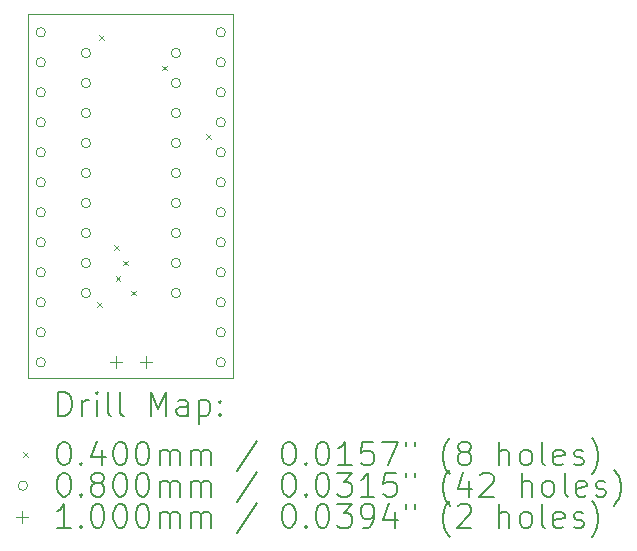
<source format=gbr>
%TF.GenerationSoftware,KiCad,Pcbnew,7.0.6*%
%TF.CreationDate,2023-09-03T23:35:07+01:00*%
%TF.ProjectId,TRSG3JPMod,54525347-334a-4504-9d6f-642e6b696361,rev?*%
%TF.SameCoordinates,Original*%
%TF.FileFunction,Drillmap*%
%TF.FilePolarity,Positive*%
%FSLAX45Y45*%
G04 Gerber Fmt 4.5, Leading zero omitted, Abs format (unit mm)*
G04 Created by KiCad (PCBNEW 7.0.6) date 2023-09-03 23:35:07*
%MOMM*%
%LPD*%
G01*
G04 APERTURE LIST*
%ADD10C,0.100000*%
%ADD11C,0.200000*%
%ADD12C,0.040000*%
%ADD13C,0.080000*%
G04 APERTURE END LIST*
D10*
X10691250Y-5517500D02*
X12427500Y-5517500D01*
X12427500Y-8602500D01*
X10691250Y-8602500D01*
X10691250Y-5517500D01*
D11*
D12*
X11272500Y-7957500D02*
X11312500Y-7997500D01*
X11312500Y-7957500D02*
X11272500Y-7997500D01*
X11292500Y-5695000D02*
X11332500Y-5735000D01*
X11332500Y-5695000D02*
X11292500Y-5735000D01*
X11417400Y-7477500D02*
X11457400Y-7517500D01*
X11457400Y-7477500D02*
X11417400Y-7517500D01*
X11432500Y-7735000D02*
X11472500Y-7775000D01*
X11472500Y-7735000D02*
X11432500Y-7775000D01*
X11495000Y-7605000D02*
X11535000Y-7645000D01*
X11535000Y-7605000D02*
X11495000Y-7645000D01*
X11565000Y-7860000D02*
X11605000Y-7900000D01*
X11605000Y-7860000D02*
X11565000Y-7900000D01*
X11825000Y-5955000D02*
X11865000Y-5995000D01*
X11865000Y-5955000D02*
X11825000Y-5995000D01*
X12196950Y-6535000D02*
X12236950Y-6575000D01*
X12236950Y-6535000D02*
X12196950Y-6575000D01*
D13*
X10837500Y-5672500D02*
G75*
G03*
X10837500Y-5672500I-40000J0D01*
G01*
X10837500Y-5926500D02*
G75*
G03*
X10837500Y-5926500I-40000J0D01*
G01*
X10837500Y-6180500D02*
G75*
G03*
X10837500Y-6180500I-40000J0D01*
G01*
X10837500Y-6434500D02*
G75*
G03*
X10837500Y-6434500I-40000J0D01*
G01*
X10837500Y-6688500D02*
G75*
G03*
X10837500Y-6688500I-40000J0D01*
G01*
X10837500Y-6942500D02*
G75*
G03*
X10837500Y-6942500I-40000J0D01*
G01*
X10837500Y-7196500D02*
G75*
G03*
X10837500Y-7196500I-40000J0D01*
G01*
X10837500Y-7450500D02*
G75*
G03*
X10837500Y-7450500I-40000J0D01*
G01*
X10837500Y-7704500D02*
G75*
G03*
X10837500Y-7704500I-40000J0D01*
G01*
X10837500Y-7958500D02*
G75*
G03*
X10837500Y-7958500I-40000J0D01*
G01*
X10837500Y-8212500D02*
G75*
G03*
X10837500Y-8212500I-40000J0D01*
G01*
X10837500Y-8466500D02*
G75*
G03*
X10837500Y-8466500I-40000J0D01*
G01*
X11220000Y-5848500D02*
G75*
G03*
X11220000Y-5848500I-40000J0D01*
G01*
X11220000Y-6102500D02*
G75*
G03*
X11220000Y-6102500I-40000J0D01*
G01*
X11220000Y-6356500D02*
G75*
G03*
X11220000Y-6356500I-40000J0D01*
G01*
X11220000Y-6610500D02*
G75*
G03*
X11220000Y-6610500I-40000J0D01*
G01*
X11220000Y-6864500D02*
G75*
G03*
X11220000Y-6864500I-40000J0D01*
G01*
X11220000Y-7118500D02*
G75*
G03*
X11220000Y-7118500I-40000J0D01*
G01*
X11220000Y-7372500D02*
G75*
G03*
X11220000Y-7372500I-40000J0D01*
G01*
X11220000Y-7626500D02*
G75*
G03*
X11220000Y-7626500I-40000J0D01*
G01*
X11220000Y-7880500D02*
G75*
G03*
X11220000Y-7880500I-40000J0D01*
G01*
X11982000Y-5848500D02*
G75*
G03*
X11982000Y-5848500I-40000J0D01*
G01*
X11982000Y-6102500D02*
G75*
G03*
X11982000Y-6102500I-40000J0D01*
G01*
X11982000Y-6356500D02*
G75*
G03*
X11982000Y-6356500I-40000J0D01*
G01*
X11982000Y-6610500D02*
G75*
G03*
X11982000Y-6610500I-40000J0D01*
G01*
X11982000Y-6864500D02*
G75*
G03*
X11982000Y-6864500I-40000J0D01*
G01*
X11982000Y-7118500D02*
G75*
G03*
X11982000Y-7118500I-40000J0D01*
G01*
X11982000Y-7372500D02*
G75*
G03*
X11982000Y-7372500I-40000J0D01*
G01*
X11982000Y-7626500D02*
G75*
G03*
X11982000Y-7626500I-40000J0D01*
G01*
X11982000Y-7880500D02*
G75*
G03*
X11982000Y-7880500I-40000J0D01*
G01*
X12361500Y-5672500D02*
G75*
G03*
X12361500Y-5672500I-40000J0D01*
G01*
X12361500Y-5926500D02*
G75*
G03*
X12361500Y-5926500I-40000J0D01*
G01*
X12361500Y-6180500D02*
G75*
G03*
X12361500Y-6180500I-40000J0D01*
G01*
X12361500Y-6434500D02*
G75*
G03*
X12361500Y-6434500I-40000J0D01*
G01*
X12361500Y-6688500D02*
G75*
G03*
X12361500Y-6688500I-40000J0D01*
G01*
X12361500Y-6942500D02*
G75*
G03*
X12361500Y-6942500I-40000J0D01*
G01*
X12361500Y-7196500D02*
G75*
G03*
X12361500Y-7196500I-40000J0D01*
G01*
X12361500Y-7450500D02*
G75*
G03*
X12361500Y-7450500I-40000J0D01*
G01*
X12361500Y-7704500D02*
G75*
G03*
X12361500Y-7704500I-40000J0D01*
G01*
X12361500Y-7958500D02*
G75*
G03*
X12361500Y-7958500I-40000J0D01*
G01*
X12361500Y-8212500D02*
G75*
G03*
X12361500Y-8212500I-40000J0D01*
G01*
X12361500Y-8466500D02*
G75*
G03*
X12361500Y-8466500I-40000J0D01*
G01*
D10*
X11432500Y-8412500D02*
X11432500Y-8512500D01*
X11382500Y-8462500D02*
X11482500Y-8462500D01*
X11686500Y-8412500D02*
X11686500Y-8512500D01*
X11636500Y-8462500D02*
X11736500Y-8462500D01*
D11*
X10947027Y-8918984D02*
X10947027Y-8718984D01*
X10947027Y-8718984D02*
X10994646Y-8718984D01*
X10994646Y-8718984D02*
X11023217Y-8728508D01*
X11023217Y-8728508D02*
X11042265Y-8747555D01*
X11042265Y-8747555D02*
X11051789Y-8766603D01*
X11051789Y-8766603D02*
X11061313Y-8804698D01*
X11061313Y-8804698D02*
X11061313Y-8833270D01*
X11061313Y-8833270D02*
X11051789Y-8871365D01*
X11051789Y-8871365D02*
X11042265Y-8890412D01*
X11042265Y-8890412D02*
X11023217Y-8909460D01*
X11023217Y-8909460D02*
X10994646Y-8918984D01*
X10994646Y-8918984D02*
X10947027Y-8918984D01*
X11147027Y-8918984D02*
X11147027Y-8785650D01*
X11147027Y-8823746D02*
X11156551Y-8804698D01*
X11156551Y-8804698D02*
X11166074Y-8795174D01*
X11166074Y-8795174D02*
X11185122Y-8785650D01*
X11185122Y-8785650D02*
X11204170Y-8785650D01*
X11270836Y-8918984D02*
X11270836Y-8785650D01*
X11270836Y-8718984D02*
X11261312Y-8728508D01*
X11261312Y-8728508D02*
X11270836Y-8738031D01*
X11270836Y-8738031D02*
X11280360Y-8728508D01*
X11280360Y-8728508D02*
X11270836Y-8718984D01*
X11270836Y-8718984D02*
X11270836Y-8738031D01*
X11394646Y-8918984D02*
X11375598Y-8909460D01*
X11375598Y-8909460D02*
X11366074Y-8890412D01*
X11366074Y-8890412D02*
X11366074Y-8718984D01*
X11499408Y-8918984D02*
X11480360Y-8909460D01*
X11480360Y-8909460D02*
X11470836Y-8890412D01*
X11470836Y-8890412D02*
X11470836Y-8718984D01*
X11727979Y-8918984D02*
X11727979Y-8718984D01*
X11727979Y-8718984D02*
X11794646Y-8861841D01*
X11794646Y-8861841D02*
X11861312Y-8718984D01*
X11861312Y-8718984D02*
X11861312Y-8918984D01*
X12042265Y-8918984D02*
X12042265Y-8814222D01*
X12042265Y-8814222D02*
X12032741Y-8795174D01*
X12032741Y-8795174D02*
X12013693Y-8785650D01*
X12013693Y-8785650D02*
X11975598Y-8785650D01*
X11975598Y-8785650D02*
X11956551Y-8795174D01*
X12042265Y-8909460D02*
X12023217Y-8918984D01*
X12023217Y-8918984D02*
X11975598Y-8918984D01*
X11975598Y-8918984D02*
X11956551Y-8909460D01*
X11956551Y-8909460D02*
X11947027Y-8890412D01*
X11947027Y-8890412D02*
X11947027Y-8871365D01*
X11947027Y-8871365D02*
X11956551Y-8852317D01*
X11956551Y-8852317D02*
X11975598Y-8842793D01*
X11975598Y-8842793D02*
X12023217Y-8842793D01*
X12023217Y-8842793D02*
X12042265Y-8833270D01*
X12137503Y-8785650D02*
X12137503Y-8985650D01*
X12137503Y-8795174D02*
X12156551Y-8785650D01*
X12156551Y-8785650D02*
X12194646Y-8785650D01*
X12194646Y-8785650D02*
X12213693Y-8795174D01*
X12213693Y-8795174D02*
X12223217Y-8804698D01*
X12223217Y-8804698D02*
X12232741Y-8823746D01*
X12232741Y-8823746D02*
X12232741Y-8880889D01*
X12232741Y-8880889D02*
X12223217Y-8899936D01*
X12223217Y-8899936D02*
X12213693Y-8909460D01*
X12213693Y-8909460D02*
X12194646Y-8918984D01*
X12194646Y-8918984D02*
X12156551Y-8918984D01*
X12156551Y-8918984D02*
X12137503Y-8909460D01*
X12318455Y-8899936D02*
X12327979Y-8909460D01*
X12327979Y-8909460D02*
X12318455Y-8918984D01*
X12318455Y-8918984D02*
X12308932Y-8909460D01*
X12308932Y-8909460D02*
X12318455Y-8899936D01*
X12318455Y-8899936D02*
X12318455Y-8918984D01*
X12318455Y-8795174D02*
X12327979Y-8804698D01*
X12327979Y-8804698D02*
X12318455Y-8814222D01*
X12318455Y-8814222D02*
X12308932Y-8804698D01*
X12308932Y-8804698D02*
X12318455Y-8795174D01*
X12318455Y-8795174D02*
X12318455Y-8814222D01*
D12*
X10646250Y-9227500D02*
X10686250Y-9267500D01*
X10686250Y-9227500D02*
X10646250Y-9267500D01*
D11*
X10985122Y-9138984D02*
X11004170Y-9138984D01*
X11004170Y-9138984D02*
X11023217Y-9148508D01*
X11023217Y-9148508D02*
X11032741Y-9158031D01*
X11032741Y-9158031D02*
X11042265Y-9177079D01*
X11042265Y-9177079D02*
X11051789Y-9215174D01*
X11051789Y-9215174D02*
X11051789Y-9262793D01*
X11051789Y-9262793D02*
X11042265Y-9300889D01*
X11042265Y-9300889D02*
X11032741Y-9319936D01*
X11032741Y-9319936D02*
X11023217Y-9329460D01*
X11023217Y-9329460D02*
X11004170Y-9338984D01*
X11004170Y-9338984D02*
X10985122Y-9338984D01*
X10985122Y-9338984D02*
X10966074Y-9329460D01*
X10966074Y-9329460D02*
X10956551Y-9319936D01*
X10956551Y-9319936D02*
X10947027Y-9300889D01*
X10947027Y-9300889D02*
X10937503Y-9262793D01*
X10937503Y-9262793D02*
X10937503Y-9215174D01*
X10937503Y-9215174D02*
X10947027Y-9177079D01*
X10947027Y-9177079D02*
X10956551Y-9158031D01*
X10956551Y-9158031D02*
X10966074Y-9148508D01*
X10966074Y-9148508D02*
X10985122Y-9138984D01*
X11137503Y-9319936D02*
X11147027Y-9329460D01*
X11147027Y-9329460D02*
X11137503Y-9338984D01*
X11137503Y-9338984D02*
X11127979Y-9329460D01*
X11127979Y-9329460D02*
X11137503Y-9319936D01*
X11137503Y-9319936D02*
X11137503Y-9338984D01*
X11318455Y-9205650D02*
X11318455Y-9338984D01*
X11270836Y-9129460D02*
X11223217Y-9272317D01*
X11223217Y-9272317D02*
X11347027Y-9272317D01*
X11461312Y-9138984D02*
X11480360Y-9138984D01*
X11480360Y-9138984D02*
X11499408Y-9148508D01*
X11499408Y-9148508D02*
X11508932Y-9158031D01*
X11508932Y-9158031D02*
X11518455Y-9177079D01*
X11518455Y-9177079D02*
X11527979Y-9215174D01*
X11527979Y-9215174D02*
X11527979Y-9262793D01*
X11527979Y-9262793D02*
X11518455Y-9300889D01*
X11518455Y-9300889D02*
X11508932Y-9319936D01*
X11508932Y-9319936D02*
X11499408Y-9329460D01*
X11499408Y-9329460D02*
X11480360Y-9338984D01*
X11480360Y-9338984D02*
X11461312Y-9338984D01*
X11461312Y-9338984D02*
X11442265Y-9329460D01*
X11442265Y-9329460D02*
X11432741Y-9319936D01*
X11432741Y-9319936D02*
X11423217Y-9300889D01*
X11423217Y-9300889D02*
X11413693Y-9262793D01*
X11413693Y-9262793D02*
X11413693Y-9215174D01*
X11413693Y-9215174D02*
X11423217Y-9177079D01*
X11423217Y-9177079D02*
X11432741Y-9158031D01*
X11432741Y-9158031D02*
X11442265Y-9148508D01*
X11442265Y-9148508D02*
X11461312Y-9138984D01*
X11651789Y-9138984D02*
X11670836Y-9138984D01*
X11670836Y-9138984D02*
X11689884Y-9148508D01*
X11689884Y-9148508D02*
X11699408Y-9158031D01*
X11699408Y-9158031D02*
X11708932Y-9177079D01*
X11708932Y-9177079D02*
X11718455Y-9215174D01*
X11718455Y-9215174D02*
X11718455Y-9262793D01*
X11718455Y-9262793D02*
X11708932Y-9300889D01*
X11708932Y-9300889D02*
X11699408Y-9319936D01*
X11699408Y-9319936D02*
X11689884Y-9329460D01*
X11689884Y-9329460D02*
X11670836Y-9338984D01*
X11670836Y-9338984D02*
X11651789Y-9338984D01*
X11651789Y-9338984D02*
X11632741Y-9329460D01*
X11632741Y-9329460D02*
X11623217Y-9319936D01*
X11623217Y-9319936D02*
X11613693Y-9300889D01*
X11613693Y-9300889D02*
X11604170Y-9262793D01*
X11604170Y-9262793D02*
X11604170Y-9215174D01*
X11604170Y-9215174D02*
X11613693Y-9177079D01*
X11613693Y-9177079D02*
X11623217Y-9158031D01*
X11623217Y-9158031D02*
X11632741Y-9148508D01*
X11632741Y-9148508D02*
X11651789Y-9138984D01*
X11804170Y-9338984D02*
X11804170Y-9205650D01*
X11804170Y-9224698D02*
X11813693Y-9215174D01*
X11813693Y-9215174D02*
X11832741Y-9205650D01*
X11832741Y-9205650D02*
X11861313Y-9205650D01*
X11861313Y-9205650D02*
X11880360Y-9215174D01*
X11880360Y-9215174D02*
X11889884Y-9234222D01*
X11889884Y-9234222D02*
X11889884Y-9338984D01*
X11889884Y-9234222D02*
X11899408Y-9215174D01*
X11899408Y-9215174D02*
X11918455Y-9205650D01*
X11918455Y-9205650D02*
X11947027Y-9205650D01*
X11947027Y-9205650D02*
X11966074Y-9215174D01*
X11966074Y-9215174D02*
X11975598Y-9234222D01*
X11975598Y-9234222D02*
X11975598Y-9338984D01*
X12070836Y-9338984D02*
X12070836Y-9205650D01*
X12070836Y-9224698D02*
X12080360Y-9215174D01*
X12080360Y-9215174D02*
X12099408Y-9205650D01*
X12099408Y-9205650D02*
X12127979Y-9205650D01*
X12127979Y-9205650D02*
X12147027Y-9215174D01*
X12147027Y-9215174D02*
X12156551Y-9234222D01*
X12156551Y-9234222D02*
X12156551Y-9338984D01*
X12156551Y-9234222D02*
X12166074Y-9215174D01*
X12166074Y-9215174D02*
X12185122Y-9205650D01*
X12185122Y-9205650D02*
X12213693Y-9205650D01*
X12213693Y-9205650D02*
X12232741Y-9215174D01*
X12232741Y-9215174D02*
X12242265Y-9234222D01*
X12242265Y-9234222D02*
X12242265Y-9338984D01*
X12632741Y-9129460D02*
X12461313Y-9386603D01*
X12889884Y-9138984D02*
X12908932Y-9138984D01*
X12908932Y-9138984D02*
X12927979Y-9148508D01*
X12927979Y-9148508D02*
X12937503Y-9158031D01*
X12937503Y-9158031D02*
X12947027Y-9177079D01*
X12947027Y-9177079D02*
X12956551Y-9215174D01*
X12956551Y-9215174D02*
X12956551Y-9262793D01*
X12956551Y-9262793D02*
X12947027Y-9300889D01*
X12947027Y-9300889D02*
X12937503Y-9319936D01*
X12937503Y-9319936D02*
X12927979Y-9329460D01*
X12927979Y-9329460D02*
X12908932Y-9338984D01*
X12908932Y-9338984D02*
X12889884Y-9338984D01*
X12889884Y-9338984D02*
X12870836Y-9329460D01*
X12870836Y-9329460D02*
X12861313Y-9319936D01*
X12861313Y-9319936D02*
X12851789Y-9300889D01*
X12851789Y-9300889D02*
X12842265Y-9262793D01*
X12842265Y-9262793D02*
X12842265Y-9215174D01*
X12842265Y-9215174D02*
X12851789Y-9177079D01*
X12851789Y-9177079D02*
X12861313Y-9158031D01*
X12861313Y-9158031D02*
X12870836Y-9148508D01*
X12870836Y-9148508D02*
X12889884Y-9138984D01*
X13042265Y-9319936D02*
X13051789Y-9329460D01*
X13051789Y-9329460D02*
X13042265Y-9338984D01*
X13042265Y-9338984D02*
X13032741Y-9329460D01*
X13032741Y-9329460D02*
X13042265Y-9319936D01*
X13042265Y-9319936D02*
X13042265Y-9338984D01*
X13175598Y-9138984D02*
X13194646Y-9138984D01*
X13194646Y-9138984D02*
X13213694Y-9148508D01*
X13213694Y-9148508D02*
X13223217Y-9158031D01*
X13223217Y-9158031D02*
X13232741Y-9177079D01*
X13232741Y-9177079D02*
X13242265Y-9215174D01*
X13242265Y-9215174D02*
X13242265Y-9262793D01*
X13242265Y-9262793D02*
X13232741Y-9300889D01*
X13232741Y-9300889D02*
X13223217Y-9319936D01*
X13223217Y-9319936D02*
X13213694Y-9329460D01*
X13213694Y-9329460D02*
X13194646Y-9338984D01*
X13194646Y-9338984D02*
X13175598Y-9338984D01*
X13175598Y-9338984D02*
X13156551Y-9329460D01*
X13156551Y-9329460D02*
X13147027Y-9319936D01*
X13147027Y-9319936D02*
X13137503Y-9300889D01*
X13137503Y-9300889D02*
X13127979Y-9262793D01*
X13127979Y-9262793D02*
X13127979Y-9215174D01*
X13127979Y-9215174D02*
X13137503Y-9177079D01*
X13137503Y-9177079D02*
X13147027Y-9158031D01*
X13147027Y-9158031D02*
X13156551Y-9148508D01*
X13156551Y-9148508D02*
X13175598Y-9138984D01*
X13432741Y-9338984D02*
X13318456Y-9338984D01*
X13375598Y-9338984D02*
X13375598Y-9138984D01*
X13375598Y-9138984D02*
X13356551Y-9167555D01*
X13356551Y-9167555D02*
X13337503Y-9186603D01*
X13337503Y-9186603D02*
X13318456Y-9196127D01*
X13613694Y-9138984D02*
X13518456Y-9138984D01*
X13518456Y-9138984D02*
X13508932Y-9234222D01*
X13508932Y-9234222D02*
X13518456Y-9224698D01*
X13518456Y-9224698D02*
X13537503Y-9215174D01*
X13537503Y-9215174D02*
X13585122Y-9215174D01*
X13585122Y-9215174D02*
X13604170Y-9224698D01*
X13604170Y-9224698D02*
X13613694Y-9234222D01*
X13613694Y-9234222D02*
X13623217Y-9253270D01*
X13623217Y-9253270D02*
X13623217Y-9300889D01*
X13623217Y-9300889D02*
X13613694Y-9319936D01*
X13613694Y-9319936D02*
X13604170Y-9329460D01*
X13604170Y-9329460D02*
X13585122Y-9338984D01*
X13585122Y-9338984D02*
X13537503Y-9338984D01*
X13537503Y-9338984D02*
X13518456Y-9329460D01*
X13518456Y-9329460D02*
X13508932Y-9319936D01*
X13689884Y-9138984D02*
X13823217Y-9138984D01*
X13823217Y-9138984D02*
X13737503Y-9338984D01*
X13889884Y-9138984D02*
X13889884Y-9177079D01*
X13966075Y-9138984D02*
X13966075Y-9177079D01*
X14261313Y-9415174D02*
X14251789Y-9405650D01*
X14251789Y-9405650D02*
X14232741Y-9377079D01*
X14232741Y-9377079D02*
X14223218Y-9358031D01*
X14223218Y-9358031D02*
X14213694Y-9329460D01*
X14213694Y-9329460D02*
X14204170Y-9281841D01*
X14204170Y-9281841D02*
X14204170Y-9243746D01*
X14204170Y-9243746D02*
X14213694Y-9196127D01*
X14213694Y-9196127D02*
X14223218Y-9167555D01*
X14223218Y-9167555D02*
X14232741Y-9148508D01*
X14232741Y-9148508D02*
X14251789Y-9119936D01*
X14251789Y-9119936D02*
X14261313Y-9110412D01*
X14366075Y-9224698D02*
X14347027Y-9215174D01*
X14347027Y-9215174D02*
X14337503Y-9205650D01*
X14337503Y-9205650D02*
X14327979Y-9186603D01*
X14327979Y-9186603D02*
X14327979Y-9177079D01*
X14327979Y-9177079D02*
X14337503Y-9158031D01*
X14337503Y-9158031D02*
X14347027Y-9148508D01*
X14347027Y-9148508D02*
X14366075Y-9138984D01*
X14366075Y-9138984D02*
X14404170Y-9138984D01*
X14404170Y-9138984D02*
X14423218Y-9148508D01*
X14423218Y-9148508D02*
X14432741Y-9158031D01*
X14432741Y-9158031D02*
X14442265Y-9177079D01*
X14442265Y-9177079D02*
X14442265Y-9186603D01*
X14442265Y-9186603D02*
X14432741Y-9205650D01*
X14432741Y-9205650D02*
X14423218Y-9215174D01*
X14423218Y-9215174D02*
X14404170Y-9224698D01*
X14404170Y-9224698D02*
X14366075Y-9224698D01*
X14366075Y-9224698D02*
X14347027Y-9234222D01*
X14347027Y-9234222D02*
X14337503Y-9243746D01*
X14337503Y-9243746D02*
X14327979Y-9262793D01*
X14327979Y-9262793D02*
X14327979Y-9300889D01*
X14327979Y-9300889D02*
X14337503Y-9319936D01*
X14337503Y-9319936D02*
X14347027Y-9329460D01*
X14347027Y-9329460D02*
X14366075Y-9338984D01*
X14366075Y-9338984D02*
X14404170Y-9338984D01*
X14404170Y-9338984D02*
X14423218Y-9329460D01*
X14423218Y-9329460D02*
X14432741Y-9319936D01*
X14432741Y-9319936D02*
X14442265Y-9300889D01*
X14442265Y-9300889D02*
X14442265Y-9262793D01*
X14442265Y-9262793D02*
X14432741Y-9243746D01*
X14432741Y-9243746D02*
X14423218Y-9234222D01*
X14423218Y-9234222D02*
X14404170Y-9224698D01*
X14680360Y-9338984D02*
X14680360Y-9138984D01*
X14766075Y-9338984D02*
X14766075Y-9234222D01*
X14766075Y-9234222D02*
X14756551Y-9215174D01*
X14756551Y-9215174D02*
X14737503Y-9205650D01*
X14737503Y-9205650D02*
X14708932Y-9205650D01*
X14708932Y-9205650D02*
X14689884Y-9215174D01*
X14689884Y-9215174D02*
X14680360Y-9224698D01*
X14889884Y-9338984D02*
X14870837Y-9329460D01*
X14870837Y-9329460D02*
X14861313Y-9319936D01*
X14861313Y-9319936D02*
X14851789Y-9300889D01*
X14851789Y-9300889D02*
X14851789Y-9243746D01*
X14851789Y-9243746D02*
X14861313Y-9224698D01*
X14861313Y-9224698D02*
X14870837Y-9215174D01*
X14870837Y-9215174D02*
X14889884Y-9205650D01*
X14889884Y-9205650D02*
X14918456Y-9205650D01*
X14918456Y-9205650D02*
X14937503Y-9215174D01*
X14937503Y-9215174D02*
X14947027Y-9224698D01*
X14947027Y-9224698D02*
X14956551Y-9243746D01*
X14956551Y-9243746D02*
X14956551Y-9300889D01*
X14956551Y-9300889D02*
X14947027Y-9319936D01*
X14947027Y-9319936D02*
X14937503Y-9329460D01*
X14937503Y-9329460D02*
X14918456Y-9338984D01*
X14918456Y-9338984D02*
X14889884Y-9338984D01*
X15070837Y-9338984D02*
X15051789Y-9329460D01*
X15051789Y-9329460D02*
X15042265Y-9310412D01*
X15042265Y-9310412D02*
X15042265Y-9138984D01*
X15223218Y-9329460D02*
X15204170Y-9338984D01*
X15204170Y-9338984D02*
X15166075Y-9338984D01*
X15166075Y-9338984D02*
X15147027Y-9329460D01*
X15147027Y-9329460D02*
X15137503Y-9310412D01*
X15137503Y-9310412D02*
X15137503Y-9234222D01*
X15137503Y-9234222D02*
X15147027Y-9215174D01*
X15147027Y-9215174D02*
X15166075Y-9205650D01*
X15166075Y-9205650D02*
X15204170Y-9205650D01*
X15204170Y-9205650D02*
X15223218Y-9215174D01*
X15223218Y-9215174D02*
X15232741Y-9234222D01*
X15232741Y-9234222D02*
X15232741Y-9253270D01*
X15232741Y-9253270D02*
X15137503Y-9272317D01*
X15308932Y-9329460D02*
X15327980Y-9338984D01*
X15327980Y-9338984D02*
X15366075Y-9338984D01*
X15366075Y-9338984D02*
X15385122Y-9329460D01*
X15385122Y-9329460D02*
X15394646Y-9310412D01*
X15394646Y-9310412D02*
X15394646Y-9300889D01*
X15394646Y-9300889D02*
X15385122Y-9281841D01*
X15385122Y-9281841D02*
X15366075Y-9272317D01*
X15366075Y-9272317D02*
X15337503Y-9272317D01*
X15337503Y-9272317D02*
X15318456Y-9262793D01*
X15318456Y-9262793D02*
X15308932Y-9243746D01*
X15308932Y-9243746D02*
X15308932Y-9234222D01*
X15308932Y-9234222D02*
X15318456Y-9215174D01*
X15318456Y-9215174D02*
X15337503Y-9205650D01*
X15337503Y-9205650D02*
X15366075Y-9205650D01*
X15366075Y-9205650D02*
X15385122Y-9215174D01*
X15461313Y-9415174D02*
X15470837Y-9405650D01*
X15470837Y-9405650D02*
X15489884Y-9377079D01*
X15489884Y-9377079D02*
X15499408Y-9358031D01*
X15499408Y-9358031D02*
X15508932Y-9329460D01*
X15508932Y-9329460D02*
X15518456Y-9281841D01*
X15518456Y-9281841D02*
X15518456Y-9243746D01*
X15518456Y-9243746D02*
X15508932Y-9196127D01*
X15508932Y-9196127D02*
X15499408Y-9167555D01*
X15499408Y-9167555D02*
X15489884Y-9148508D01*
X15489884Y-9148508D02*
X15470837Y-9119936D01*
X15470837Y-9119936D02*
X15461313Y-9110412D01*
D13*
X10686250Y-9511500D02*
G75*
G03*
X10686250Y-9511500I-40000J0D01*
G01*
D11*
X10985122Y-9402984D02*
X11004170Y-9402984D01*
X11004170Y-9402984D02*
X11023217Y-9412508D01*
X11023217Y-9412508D02*
X11032741Y-9422031D01*
X11032741Y-9422031D02*
X11042265Y-9441079D01*
X11042265Y-9441079D02*
X11051789Y-9479174D01*
X11051789Y-9479174D02*
X11051789Y-9526793D01*
X11051789Y-9526793D02*
X11042265Y-9564889D01*
X11042265Y-9564889D02*
X11032741Y-9583936D01*
X11032741Y-9583936D02*
X11023217Y-9593460D01*
X11023217Y-9593460D02*
X11004170Y-9602984D01*
X11004170Y-9602984D02*
X10985122Y-9602984D01*
X10985122Y-9602984D02*
X10966074Y-9593460D01*
X10966074Y-9593460D02*
X10956551Y-9583936D01*
X10956551Y-9583936D02*
X10947027Y-9564889D01*
X10947027Y-9564889D02*
X10937503Y-9526793D01*
X10937503Y-9526793D02*
X10937503Y-9479174D01*
X10937503Y-9479174D02*
X10947027Y-9441079D01*
X10947027Y-9441079D02*
X10956551Y-9422031D01*
X10956551Y-9422031D02*
X10966074Y-9412508D01*
X10966074Y-9412508D02*
X10985122Y-9402984D01*
X11137503Y-9583936D02*
X11147027Y-9593460D01*
X11147027Y-9593460D02*
X11137503Y-9602984D01*
X11137503Y-9602984D02*
X11127979Y-9593460D01*
X11127979Y-9593460D02*
X11137503Y-9583936D01*
X11137503Y-9583936D02*
X11137503Y-9602984D01*
X11261312Y-9488698D02*
X11242265Y-9479174D01*
X11242265Y-9479174D02*
X11232741Y-9469650D01*
X11232741Y-9469650D02*
X11223217Y-9450603D01*
X11223217Y-9450603D02*
X11223217Y-9441079D01*
X11223217Y-9441079D02*
X11232741Y-9422031D01*
X11232741Y-9422031D02*
X11242265Y-9412508D01*
X11242265Y-9412508D02*
X11261312Y-9402984D01*
X11261312Y-9402984D02*
X11299408Y-9402984D01*
X11299408Y-9402984D02*
X11318455Y-9412508D01*
X11318455Y-9412508D02*
X11327979Y-9422031D01*
X11327979Y-9422031D02*
X11337503Y-9441079D01*
X11337503Y-9441079D02*
X11337503Y-9450603D01*
X11337503Y-9450603D02*
X11327979Y-9469650D01*
X11327979Y-9469650D02*
X11318455Y-9479174D01*
X11318455Y-9479174D02*
X11299408Y-9488698D01*
X11299408Y-9488698D02*
X11261312Y-9488698D01*
X11261312Y-9488698D02*
X11242265Y-9498222D01*
X11242265Y-9498222D02*
X11232741Y-9507746D01*
X11232741Y-9507746D02*
X11223217Y-9526793D01*
X11223217Y-9526793D02*
X11223217Y-9564889D01*
X11223217Y-9564889D02*
X11232741Y-9583936D01*
X11232741Y-9583936D02*
X11242265Y-9593460D01*
X11242265Y-9593460D02*
X11261312Y-9602984D01*
X11261312Y-9602984D02*
X11299408Y-9602984D01*
X11299408Y-9602984D02*
X11318455Y-9593460D01*
X11318455Y-9593460D02*
X11327979Y-9583936D01*
X11327979Y-9583936D02*
X11337503Y-9564889D01*
X11337503Y-9564889D02*
X11337503Y-9526793D01*
X11337503Y-9526793D02*
X11327979Y-9507746D01*
X11327979Y-9507746D02*
X11318455Y-9498222D01*
X11318455Y-9498222D02*
X11299408Y-9488698D01*
X11461312Y-9402984D02*
X11480360Y-9402984D01*
X11480360Y-9402984D02*
X11499408Y-9412508D01*
X11499408Y-9412508D02*
X11508932Y-9422031D01*
X11508932Y-9422031D02*
X11518455Y-9441079D01*
X11518455Y-9441079D02*
X11527979Y-9479174D01*
X11527979Y-9479174D02*
X11527979Y-9526793D01*
X11527979Y-9526793D02*
X11518455Y-9564889D01*
X11518455Y-9564889D02*
X11508932Y-9583936D01*
X11508932Y-9583936D02*
X11499408Y-9593460D01*
X11499408Y-9593460D02*
X11480360Y-9602984D01*
X11480360Y-9602984D02*
X11461312Y-9602984D01*
X11461312Y-9602984D02*
X11442265Y-9593460D01*
X11442265Y-9593460D02*
X11432741Y-9583936D01*
X11432741Y-9583936D02*
X11423217Y-9564889D01*
X11423217Y-9564889D02*
X11413693Y-9526793D01*
X11413693Y-9526793D02*
X11413693Y-9479174D01*
X11413693Y-9479174D02*
X11423217Y-9441079D01*
X11423217Y-9441079D02*
X11432741Y-9422031D01*
X11432741Y-9422031D02*
X11442265Y-9412508D01*
X11442265Y-9412508D02*
X11461312Y-9402984D01*
X11651789Y-9402984D02*
X11670836Y-9402984D01*
X11670836Y-9402984D02*
X11689884Y-9412508D01*
X11689884Y-9412508D02*
X11699408Y-9422031D01*
X11699408Y-9422031D02*
X11708932Y-9441079D01*
X11708932Y-9441079D02*
X11718455Y-9479174D01*
X11718455Y-9479174D02*
X11718455Y-9526793D01*
X11718455Y-9526793D02*
X11708932Y-9564889D01*
X11708932Y-9564889D02*
X11699408Y-9583936D01*
X11699408Y-9583936D02*
X11689884Y-9593460D01*
X11689884Y-9593460D02*
X11670836Y-9602984D01*
X11670836Y-9602984D02*
X11651789Y-9602984D01*
X11651789Y-9602984D02*
X11632741Y-9593460D01*
X11632741Y-9593460D02*
X11623217Y-9583936D01*
X11623217Y-9583936D02*
X11613693Y-9564889D01*
X11613693Y-9564889D02*
X11604170Y-9526793D01*
X11604170Y-9526793D02*
X11604170Y-9479174D01*
X11604170Y-9479174D02*
X11613693Y-9441079D01*
X11613693Y-9441079D02*
X11623217Y-9422031D01*
X11623217Y-9422031D02*
X11632741Y-9412508D01*
X11632741Y-9412508D02*
X11651789Y-9402984D01*
X11804170Y-9602984D02*
X11804170Y-9469650D01*
X11804170Y-9488698D02*
X11813693Y-9479174D01*
X11813693Y-9479174D02*
X11832741Y-9469650D01*
X11832741Y-9469650D02*
X11861313Y-9469650D01*
X11861313Y-9469650D02*
X11880360Y-9479174D01*
X11880360Y-9479174D02*
X11889884Y-9498222D01*
X11889884Y-9498222D02*
X11889884Y-9602984D01*
X11889884Y-9498222D02*
X11899408Y-9479174D01*
X11899408Y-9479174D02*
X11918455Y-9469650D01*
X11918455Y-9469650D02*
X11947027Y-9469650D01*
X11947027Y-9469650D02*
X11966074Y-9479174D01*
X11966074Y-9479174D02*
X11975598Y-9498222D01*
X11975598Y-9498222D02*
X11975598Y-9602984D01*
X12070836Y-9602984D02*
X12070836Y-9469650D01*
X12070836Y-9488698D02*
X12080360Y-9479174D01*
X12080360Y-9479174D02*
X12099408Y-9469650D01*
X12099408Y-9469650D02*
X12127979Y-9469650D01*
X12127979Y-9469650D02*
X12147027Y-9479174D01*
X12147027Y-9479174D02*
X12156551Y-9498222D01*
X12156551Y-9498222D02*
X12156551Y-9602984D01*
X12156551Y-9498222D02*
X12166074Y-9479174D01*
X12166074Y-9479174D02*
X12185122Y-9469650D01*
X12185122Y-9469650D02*
X12213693Y-9469650D01*
X12213693Y-9469650D02*
X12232741Y-9479174D01*
X12232741Y-9479174D02*
X12242265Y-9498222D01*
X12242265Y-9498222D02*
X12242265Y-9602984D01*
X12632741Y-9393460D02*
X12461313Y-9650603D01*
X12889884Y-9402984D02*
X12908932Y-9402984D01*
X12908932Y-9402984D02*
X12927979Y-9412508D01*
X12927979Y-9412508D02*
X12937503Y-9422031D01*
X12937503Y-9422031D02*
X12947027Y-9441079D01*
X12947027Y-9441079D02*
X12956551Y-9479174D01*
X12956551Y-9479174D02*
X12956551Y-9526793D01*
X12956551Y-9526793D02*
X12947027Y-9564889D01*
X12947027Y-9564889D02*
X12937503Y-9583936D01*
X12937503Y-9583936D02*
X12927979Y-9593460D01*
X12927979Y-9593460D02*
X12908932Y-9602984D01*
X12908932Y-9602984D02*
X12889884Y-9602984D01*
X12889884Y-9602984D02*
X12870836Y-9593460D01*
X12870836Y-9593460D02*
X12861313Y-9583936D01*
X12861313Y-9583936D02*
X12851789Y-9564889D01*
X12851789Y-9564889D02*
X12842265Y-9526793D01*
X12842265Y-9526793D02*
X12842265Y-9479174D01*
X12842265Y-9479174D02*
X12851789Y-9441079D01*
X12851789Y-9441079D02*
X12861313Y-9422031D01*
X12861313Y-9422031D02*
X12870836Y-9412508D01*
X12870836Y-9412508D02*
X12889884Y-9402984D01*
X13042265Y-9583936D02*
X13051789Y-9593460D01*
X13051789Y-9593460D02*
X13042265Y-9602984D01*
X13042265Y-9602984D02*
X13032741Y-9593460D01*
X13032741Y-9593460D02*
X13042265Y-9583936D01*
X13042265Y-9583936D02*
X13042265Y-9602984D01*
X13175598Y-9402984D02*
X13194646Y-9402984D01*
X13194646Y-9402984D02*
X13213694Y-9412508D01*
X13213694Y-9412508D02*
X13223217Y-9422031D01*
X13223217Y-9422031D02*
X13232741Y-9441079D01*
X13232741Y-9441079D02*
X13242265Y-9479174D01*
X13242265Y-9479174D02*
X13242265Y-9526793D01*
X13242265Y-9526793D02*
X13232741Y-9564889D01*
X13232741Y-9564889D02*
X13223217Y-9583936D01*
X13223217Y-9583936D02*
X13213694Y-9593460D01*
X13213694Y-9593460D02*
X13194646Y-9602984D01*
X13194646Y-9602984D02*
X13175598Y-9602984D01*
X13175598Y-9602984D02*
X13156551Y-9593460D01*
X13156551Y-9593460D02*
X13147027Y-9583936D01*
X13147027Y-9583936D02*
X13137503Y-9564889D01*
X13137503Y-9564889D02*
X13127979Y-9526793D01*
X13127979Y-9526793D02*
X13127979Y-9479174D01*
X13127979Y-9479174D02*
X13137503Y-9441079D01*
X13137503Y-9441079D02*
X13147027Y-9422031D01*
X13147027Y-9422031D02*
X13156551Y-9412508D01*
X13156551Y-9412508D02*
X13175598Y-9402984D01*
X13308932Y-9402984D02*
X13432741Y-9402984D01*
X13432741Y-9402984D02*
X13366075Y-9479174D01*
X13366075Y-9479174D02*
X13394646Y-9479174D01*
X13394646Y-9479174D02*
X13413694Y-9488698D01*
X13413694Y-9488698D02*
X13423217Y-9498222D01*
X13423217Y-9498222D02*
X13432741Y-9517270D01*
X13432741Y-9517270D02*
X13432741Y-9564889D01*
X13432741Y-9564889D02*
X13423217Y-9583936D01*
X13423217Y-9583936D02*
X13413694Y-9593460D01*
X13413694Y-9593460D02*
X13394646Y-9602984D01*
X13394646Y-9602984D02*
X13337503Y-9602984D01*
X13337503Y-9602984D02*
X13318456Y-9593460D01*
X13318456Y-9593460D02*
X13308932Y-9583936D01*
X13623217Y-9602984D02*
X13508932Y-9602984D01*
X13566075Y-9602984D02*
X13566075Y-9402984D01*
X13566075Y-9402984D02*
X13547027Y-9431555D01*
X13547027Y-9431555D02*
X13527979Y-9450603D01*
X13527979Y-9450603D02*
X13508932Y-9460127D01*
X13804170Y-9402984D02*
X13708932Y-9402984D01*
X13708932Y-9402984D02*
X13699408Y-9498222D01*
X13699408Y-9498222D02*
X13708932Y-9488698D01*
X13708932Y-9488698D02*
X13727979Y-9479174D01*
X13727979Y-9479174D02*
X13775598Y-9479174D01*
X13775598Y-9479174D02*
X13794646Y-9488698D01*
X13794646Y-9488698D02*
X13804170Y-9498222D01*
X13804170Y-9498222D02*
X13813694Y-9517270D01*
X13813694Y-9517270D02*
X13813694Y-9564889D01*
X13813694Y-9564889D02*
X13804170Y-9583936D01*
X13804170Y-9583936D02*
X13794646Y-9593460D01*
X13794646Y-9593460D02*
X13775598Y-9602984D01*
X13775598Y-9602984D02*
X13727979Y-9602984D01*
X13727979Y-9602984D02*
X13708932Y-9593460D01*
X13708932Y-9593460D02*
X13699408Y-9583936D01*
X13889884Y-9402984D02*
X13889884Y-9441079D01*
X13966075Y-9402984D02*
X13966075Y-9441079D01*
X14261313Y-9679174D02*
X14251789Y-9669650D01*
X14251789Y-9669650D02*
X14232741Y-9641079D01*
X14232741Y-9641079D02*
X14223218Y-9622031D01*
X14223218Y-9622031D02*
X14213694Y-9593460D01*
X14213694Y-9593460D02*
X14204170Y-9545841D01*
X14204170Y-9545841D02*
X14204170Y-9507746D01*
X14204170Y-9507746D02*
X14213694Y-9460127D01*
X14213694Y-9460127D02*
X14223218Y-9431555D01*
X14223218Y-9431555D02*
X14232741Y-9412508D01*
X14232741Y-9412508D02*
X14251789Y-9383936D01*
X14251789Y-9383936D02*
X14261313Y-9374412D01*
X14423218Y-9469650D02*
X14423218Y-9602984D01*
X14375598Y-9393460D02*
X14327979Y-9536317D01*
X14327979Y-9536317D02*
X14451789Y-9536317D01*
X14518456Y-9422031D02*
X14527979Y-9412508D01*
X14527979Y-9412508D02*
X14547027Y-9402984D01*
X14547027Y-9402984D02*
X14594646Y-9402984D01*
X14594646Y-9402984D02*
X14613694Y-9412508D01*
X14613694Y-9412508D02*
X14623218Y-9422031D01*
X14623218Y-9422031D02*
X14632741Y-9441079D01*
X14632741Y-9441079D02*
X14632741Y-9460127D01*
X14632741Y-9460127D02*
X14623218Y-9488698D01*
X14623218Y-9488698D02*
X14508932Y-9602984D01*
X14508932Y-9602984D02*
X14632741Y-9602984D01*
X14870837Y-9602984D02*
X14870837Y-9402984D01*
X14956551Y-9602984D02*
X14956551Y-9498222D01*
X14956551Y-9498222D02*
X14947027Y-9479174D01*
X14947027Y-9479174D02*
X14927980Y-9469650D01*
X14927980Y-9469650D02*
X14899408Y-9469650D01*
X14899408Y-9469650D02*
X14880360Y-9479174D01*
X14880360Y-9479174D02*
X14870837Y-9488698D01*
X15080360Y-9602984D02*
X15061313Y-9593460D01*
X15061313Y-9593460D02*
X15051789Y-9583936D01*
X15051789Y-9583936D02*
X15042265Y-9564889D01*
X15042265Y-9564889D02*
X15042265Y-9507746D01*
X15042265Y-9507746D02*
X15051789Y-9488698D01*
X15051789Y-9488698D02*
X15061313Y-9479174D01*
X15061313Y-9479174D02*
X15080360Y-9469650D01*
X15080360Y-9469650D02*
X15108932Y-9469650D01*
X15108932Y-9469650D02*
X15127980Y-9479174D01*
X15127980Y-9479174D02*
X15137503Y-9488698D01*
X15137503Y-9488698D02*
X15147027Y-9507746D01*
X15147027Y-9507746D02*
X15147027Y-9564889D01*
X15147027Y-9564889D02*
X15137503Y-9583936D01*
X15137503Y-9583936D02*
X15127980Y-9593460D01*
X15127980Y-9593460D02*
X15108932Y-9602984D01*
X15108932Y-9602984D02*
X15080360Y-9602984D01*
X15261313Y-9602984D02*
X15242265Y-9593460D01*
X15242265Y-9593460D02*
X15232741Y-9574412D01*
X15232741Y-9574412D02*
X15232741Y-9402984D01*
X15413694Y-9593460D02*
X15394646Y-9602984D01*
X15394646Y-9602984D02*
X15356551Y-9602984D01*
X15356551Y-9602984D02*
X15337503Y-9593460D01*
X15337503Y-9593460D02*
X15327980Y-9574412D01*
X15327980Y-9574412D02*
X15327980Y-9498222D01*
X15327980Y-9498222D02*
X15337503Y-9479174D01*
X15337503Y-9479174D02*
X15356551Y-9469650D01*
X15356551Y-9469650D02*
X15394646Y-9469650D01*
X15394646Y-9469650D02*
X15413694Y-9479174D01*
X15413694Y-9479174D02*
X15423218Y-9498222D01*
X15423218Y-9498222D02*
X15423218Y-9517270D01*
X15423218Y-9517270D02*
X15327980Y-9536317D01*
X15499408Y-9593460D02*
X15518456Y-9602984D01*
X15518456Y-9602984D02*
X15556551Y-9602984D01*
X15556551Y-9602984D02*
X15575599Y-9593460D01*
X15575599Y-9593460D02*
X15585122Y-9574412D01*
X15585122Y-9574412D02*
X15585122Y-9564889D01*
X15585122Y-9564889D02*
X15575599Y-9545841D01*
X15575599Y-9545841D02*
X15556551Y-9536317D01*
X15556551Y-9536317D02*
X15527980Y-9536317D01*
X15527980Y-9536317D02*
X15508932Y-9526793D01*
X15508932Y-9526793D02*
X15499408Y-9507746D01*
X15499408Y-9507746D02*
X15499408Y-9498222D01*
X15499408Y-9498222D02*
X15508932Y-9479174D01*
X15508932Y-9479174D02*
X15527980Y-9469650D01*
X15527980Y-9469650D02*
X15556551Y-9469650D01*
X15556551Y-9469650D02*
X15575599Y-9479174D01*
X15651789Y-9679174D02*
X15661313Y-9669650D01*
X15661313Y-9669650D02*
X15680361Y-9641079D01*
X15680361Y-9641079D02*
X15689884Y-9622031D01*
X15689884Y-9622031D02*
X15699408Y-9593460D01*
X15699408Y-9593460D02*
X15708932Y-9545841D01*
X15708932Y-9545841D02*
X15708932Y-9507746D01*
X15708932Y-9507746D02*
X15699408Y-9460127D01*
X15699408Y-9460127D02*
X15689884Y-9431555D01*
X15689884Y-9431555D02*
X15680361Y-9412508D01*
X15680361Y-9412508D02*
X15661313Y-9383936D01*
X15661313Y-9383936D02*
X15651789Y-9374412D01*
D10*
X10636250Y-9725500D02*
X10636250Y-9825500D01*
X10586250Y-9775500D02*
X10686250Y-9775500D01*
D11*
X11051789Y-9866984D02*
X10937503Y-9866984D01*
X10994646Y-9866984D02*
X10994646Y-9666984D01*
X10994646Y-9666984D02*
X10975598Y-9695555D01*
X10975598Y-9695555D02*
X10956551Y-9714603D01*
X10956551Y-9714603D02*
X10937503Y-9724127D01*
X11137503Y-9847936D02*
X11147027Y-9857460D01*
X11147027Y-9857460D02*
X11137503Y-9866984D01*
X11137503Y-9866984D02*
X11127979Y-9857460D01*
X11127979Y-9857460D02*
X11137503Y-9847936D01*
X11137503Y-9847936D02*
X11137503Y-9866984D01*
X11270836Y-9666984D02*
X11289884Y-9666984D01*
X11289884Y-9666984D02*
X11308932Y-9676508D01*
X11308932Y-9676508D02*
X11318455Y-9686031D01*
X11318455Y-9686031D02*
X11327979Y-9705079D01*
X11327979Y-9705079D02*
X11337503Y-9743174D01*
X11337503Y-9743174D02*
X11337503Y-9790793D01*
X11337503Y-9790793D02*
X11327979Y-9828889D01*
X11327979Y-9828889D02*
X11318455Y-9847936D01*
X11318455Y-9847936D02*
X11308932Y-9857460D01*
X11308932Y-9857460D02*
X11289884Y-9866984D01*
X11289884Y-9866984D02*
X11270836Y-9866984D01*
X11270836Y-9866984D02*
X11251789Y-9857460D01*
X11251789Y-9857460D02*
X11242265Y-9847936D01*
X11242265Y-9847936D02*
X11232741Y-9828889D01*
X11232741Y-9828889D02*
X11223217Y-9790793D01*
X11223217Y-9790793D02*
X11223217Y-9743174D01*
X11223217Y-9743174D02*
X11232741Y-9705079D01*
X11232741Y-9705079D02*
X11242265Y-9686031D01*
X11242265Y-9686031D02*
X11251789Y-9676508D01*
X11251789Y-9676508D02*
X11270836Y-9666984D01*
X11461312Y-9666984D02*
X11480360Y-9666984D01*
X11480360Y-9666984D02*
X11499408Y-9676508D01*
X11499408Y-9676508D02*
X11508932Y-9686031D01*
X11508932Y-9686031D02*
X11518455Y-9705079D01*
X11518455Y-9705079D02*
X11527979Y-9743174D01*
X11527979Y-9743174D02*
X11527979Y-9790793D01*
X11527979Y-9790793D02*
X11518455Y-9828889D01*
X11518455Y-9828889D02*
X11508932Y-9847936D01*
X11508932Y-9847936D02*
X11499408Y-9857460D01*
X11499408Y-9857460D02*
X11480360Y-9866984D01*
X11480360Y-9866984D02*
X11461312Y-9866984D01*
X11461312Y-9866984D02*
X11442265Y-9857460D01*
X11442265Y-9857460D02*
X11432741Y-9847936D01*
X11432741Y-9847936D02*
X11423217Y-9828889D01*
X11423217Y-9828889D02*
X11413693Y-9790793D01*
X11413693Y-9790793D02*
X11413693Y-9743174D01*
X11413693Y-9743174D02*
X11423217Y-9705079D01*
X11423217Y-9705079D02*
X11432741Y-9686031D01*
X11432741Y-9686031D02*
X11442265Y-9676508D01*
X11442265Y-9676508D02*
X11461312Y-9666984D01*
X11651789Y-9666984D02*
X11670836Y-9666984D01*
X11670836Y-9666984D02*
X11689884Y-9676508D01*
X11689884Y-9676508D02*
X11699408Y-9686031D01*
X11699408Y-9686031D02*
X11708932Y-9705079D01*
X11708932Y-9705079D02*
X11718455Y-9743174D01*
X11718455Y-9743174D02*
X11718455Y-9790793D01*
X11718455Y-9790793D02*
X11708932Y-9828889D01*
X11708932Y-9828889D02*
X11699408Y-9847936D01*
X11699408Y-9847936D02*
X11689884Y-9857460D01*
X11689884Y-9857460D02*
X11670836Y-9866984D01*
X11670836Y-9866984D02*
X11651789Y-9866984D01*
X11651789Y-9866984D02*
X11632741Y-9857460D01*
X11632741Y-9857460D02*
X11623217Y-9847936D01*
X11623217Y-9847936D02*
X11613693Y-9828889D01*
X11613693Y-9828889D02*
X11604170Y-9790793D01*
X11604170Y-9790793D02*
X11604170Y-9743174D01*
X11604170Y-9743174D02*
X11613693Y-9705079D01*
X11613693Y-9705079D02*
X11623217Y-9686031D01*
X11623217Y-9686031D02*
X11632741Y-9676508D01*
X11632741Y-9676508D02*
X11651789Y-9666984D01*
X11804170Y-9866984D02*
X11804170Y-9733650D01*
X11804170Y-9752698D02*
X11813693Y-9743174D01*
X11813693Y-9743174D02*
X11832741Y-9733650D01*
X11832741Y-9733650D02*
X11861313Y-9733650D01*
X11861313Y-9733650D02*
X11880360Y-9743174D01*
X11880360Y-9743174D02*
X11889884Y-9762222D01*
X11889884Y-9762222D02*
X11889884Y-9866984D01*
X11889884Y-9762222D02*
X11899408Y-9743174D01*
X11899408Y-9743174D02*
X11918455Y-9733650D01*
X11918455Y-9733650D02*
X11947027Y-9733650D01*
X11947027Y-9733650D02*
X11966074Y-9743174D01*
X11966074Y-9743174D02*
X11975598Y-9762222D01*
X11975598Y-9762222D02*
X11975598Y-9866984D01*
X12070836Y-9866984D02*
X12070836Y-9733650D01*
X12070836Y-9752698D02*
X12080360Y-9743174D01*
X12080360Y-9743174D02*
X12099408Y-9733650D01*
X12099408Y-9733650D02*
X12127979Y-9733650D01*
X12127979Y-9733650D02*
X12147027Y-9743174D01*
X12147027Y-9743174D02*
X12156551Y-9762222D01*
X12156551Y-9762222D02*
X12156551Y-9866984D01*
X12156551Y-9762222D02*
X12166074Y-9743174D01*
X12166074Y-9743174D02*
X12185122Y-9733650D01*
X12185122Y-9733650D02*
X12213693Y-9733650D01*
X12213693Y-9733650D02*
X12232741Y-9743174D01*
X12232741Y-9743174D02*
X12242265Y-9762222D01*
X12242265Y-9762222D02*
X12242265Y-9866984D01*
X12632741Y-9657460D02*
X12461313Y-9914603D01*
X12889884Y-9666984D02*
X12908932Y-9666984D01*
X12908932Y-9666984D02*
X12927979Y-9676508D01*
X12927979Y-9676508D02*
X12937503Y-9686031D01*
X12937503Y-9686031D02*
X12947027Y-9705079D01*
X12947027Y-9705079D02*
X12956551Y-9743174D01*
X12956551Y-9743174D02*
X12956551Y-9790793D01*
X12956551Y-9790793D02*
X12947027Y-9828889D01*
X12947027Y-9828889D02*
X12937503Y-9847936D01*
X12937503Y-9847936D02*
X12927979Y-9857460D01*
X12927979Y-9857460D02*
X12908932Y-9866984D01*
X12908932Y-9866984D02*
X12889884Y-9866984D01*
X12889884Y-9866984D02*
X12870836Y-9857460D01*
X12870836Y-9857460D02*
X12861313Y-9847936D01*
X12861313Y-9847936D02*
X12851789Y-9828889D01*
X12851789Y-9828889D02*
X12842265Y-9790793D01*
X12842265Y-9790793D02*
X12842265Y-9743174D01*
X12842265Y-9743174D02*
X12851789Y-9705079D01*
X12851789Y-9705079D02*
X12861313Y-9686031D01*
X12861313Y-9686031D02*
X12870836Y-9676508D01*
X12870836Y-9676508D02*
X12889884Y-9666984D01*
X13042265Y-9847936D02*
X13051789Y-9857460D01*
X13051789Y-9857460D02*
X13042265Y-9866984D01*
X13042265Y-9866984D02*
X13032741Y-9857460D01*
X13032741Y-9857460D02*
X13042265Y-9847936D01*
X13042265Y-9847936D02*
X13042265Y-9866984D01*
X13175598Y-9666984D02*
X13194646Y-9666984D01*
X13194646Y-9666984D02*
X13213694Y-9676508D01*
X13213694Y-9676508D02*
X13223217Y-9686031D01*
X13223217Y-9686031D02*
X13232741Y-9705079D01*
X13232741Y-9705079D02*
X13242265Y-9743174D01*
X13242265Y-9743174D02*
X13242265Y-9790793D01*
X13242265Y-9790793D02*
X13232741Y-9828889D01*
X13232741Y-9828889D02*
X13223217Y-9847936D01*
X13223217Y-9847936D02*
X13213694Y-9857460D01*
X13213694Y-9857460D02*
X13194646Y-9866984D01*
X13194646Y-9866984D02*
X13175598Y-9866984D01*
X13175598Y-9866984D02*
X13156551Y-9857460D01*
X13156551Y-9857460D02*
X13147027Y-9847936D01*
X13147027Y-9847936D02*
X13137503Y-9828889D01*
X13137503Y-9828889D02*
X13127979Y-9790793D01*
X13127979Y-9790793D02*
X13127979Y-9743174D01*
X13127979Y-9743174D02*
X13137503Y-9705079D01*
X13137503Y-9705079D02*
X13147027Y-9686031D01*
X13147027Y-9686031D02*
X13156551Y-9676508D01*
X13156551Y-9676508D02*
X13175598Y-9666984D01*
X13308932Y-9666984D02*
X13432741Y-9666984D01*
X13432741Y-9666984D02*
X13366075Y-9743174D01*
X13366075Y-9743174D02*
X13394646Y-9743174D01*
X13394646Y-9743174D02*
X13413694Y-9752698D01*
X13413694Y-9752698D02*
X13423217Y-9762222D01*
X13423217Y-9762222D02*
X13432741Y-9781270D01*
X13432741Y-9781270D02*
X13432741Y-9828889D01*
X13432741Y-9828889D02*
X13423217Y-9847936D01*
X13423217Y-9847936D02*
X13413694Y-9857460D01*
X13413694Y-9857460D02*
X13394646Y-9866984D01*
X13394646Y-9866984D02*
X13337503Y-9866984D01*
X13337503Y-9866984D02*
X13318456Y-9857460D01*
X13318456Y-9857460D02*
X13308932Y-9847936D01*
X13527979Y-9866984D02*
X13566075Y-9866984D01*
X13566075Y-9866984D02*
X13585122Y-9857460D01*
X13585122Y-9857460D02*
X13594646Y-9847936D01*
X13594646Y-9847936D02*
X13613694Y-9819365D01*
X13613694Y-9819365D02*
X13623217Y-9781270D01*
X13623217Y-9781270D02*
X13623217Y-9705079D01*
X13623217Y-9705079D02*
X13613694Y-9686031D01*
X13613694Y-9686031D02*
X13604170Y-9676508D01*
X13604170Y-9676508D02*
X13585122Y-9666984D01*
X13585122Y-9666984D02*
X13547027Y-9666984D01*
X13547027Y-9666984D02*
X13527979Y-9676508D01*
X13527979Y-9676508D02*
X13518456Y-9686031D01*
X13518456Y-9686031D02*
X13508932Y-9705079D01*
X13508932Y-9705079D02*
X13508932Y-9752698D01*
X13508932Y-9752698D02*
X13518456Y-9771746D01*
X13518456Y-9771746D02*
X13527979Y-9781270D01*
X13527979Y-9781270D02*
X13547027Y-9790793D01*
X13547027Y-9790793D02*
X13585122Y-9790793D01*
X13585122Y-9790793D02*
X13604170Y-9781270D01*
X13604170Y-9781270D02*
X13613694Y-9771746D01*
X13613694Y-9771746D02*
X13623217Y-9752698D01*
X13794646Y-9733650D02*
X13794646Y-9866984D01*
X13747027Y-9657460D02*
X13699408Y-9800317D01*
X13699408Y-9800317D02*
X13823217Y-9800317D01*
X13889884Y-9666984D02*
X13889884Y-9705079D01*
X13966075Y-9666984D02*
X13966075Y-9705079D01*
X14261313Y-9943174D02*
X14251789Y-9933650D01*
X14251789Y-9933650D02*
X14232741Y-9905079D01*
X14232741Y-9905079D02*
X14223218Y-9886031D01*
X14223218Y-9886031D02*
X14213694Y-9857460D01*
X14213694Y-9857460D02*
X14204170Y-9809841D01*
X14204170Y-9809841D02*
X14204170Y-9771746D01*
X14204170Y-9771746D02*
X14213694Y-9724127D01*
X14213694Y-9724127D02*
X14223218Y-9695555D01*
X14223218Y-9695555D02*
X14232741Y-9676508D01*
X14232741Y-9676508D02*
X14251789Y-9647936D01*
X14251789Y-9647936D02*
X14261313Y-9638412D01*
X14327979Y-9686031D02*
X14337503Y-9676508D01*
X14337503Y-9676508D02*
X14356551Y-9666984D01*
X14356551Y-9666984D02*
X14404170Y-9666984D01*
X14404170Y-9666984D02*
X14423218Y-9676508D01*
X14423218Y-9676508D02*
X14432741Y-9686031D01*
X14432741Y-9686031D02*
X14442265Y-9705079D01*
X14442265Y-9705079D02*
X14442265Y-9724127D01*
X14442265Y-9724127D02*
X14432741Y-9752698D01*
X14432741Y-9752698D02*
X14318456Y-9866984D01*
X14318456Y-9866984D02*
X14442265Y-9866984D01*
X14680360Y-9866984D02*
X14680360Y-9666984D01*
X14766075Y-9866984D02*
X14766075Y-9762222D01*
X14766075Y-9762222D02*
X14756551Y-9743174D01*
X14756551Y-9743174D02*
X14737503Y-9733650D01*
X14737503Y-9733650D02*
X14708932Y-9733650D01*
X14708932Y-9733650D02*
X14689884Y-9743174D01*
X14689884Y-9743174D02*
X14680360Y-9752698D01*
X14889884Y-9866984D02*
X14870837Y-9857460D01*
X14870837Y-9857460D02*
X14861313Y-9847936D01*
X14861313Y-9847936D02*
X14851789Y-9828889D01*
X14851789Y-9828889D02*
X14851789Y-9771746D01*
X14851789Y-9771746D02*
X14861313Y-9752698D01*
X14861313Y-9752698D02*
X14870837Y-9743174D01*
X14870837Y-9743174D02*
X14889884Y-9733650D01*
X14889884Y-9733650D02*
X14918456Y-9733650D01*
X14918456Y-9733650D02*
X14937503Y-9743174D01*
X14937503Y-9743174D02*
X14947027Y-9752698D01*
X14947027Y-9752698D02*
X14956551Y-9771746D01*
X14956551Y-9771746D02*
X14956551Y-9828889D01*
X14956551Y-9828889D02*
X14947027Y-9847936D01*
X14947027Y-9847936D02*
X14937503Y-9857460D01*
X14937503Y-9857460D02*
X14918456Y-9866984D01*
X14918456Y-9866984D02*
X14889884Y-9866984D01*
X15070837Y-9866984D02*
X15051789Y-9857460D01*
X15051789Y-9857460D02*
X15042265Y-9838412D01*
X15042265Y-9838412D02*
X15042265Y-9666984D01*
X15223218Y-9857460D02*
X15204170Y-9866984D01*
X15204170Y-9866984D02*
X15166075Y-9866984D01*
X15166075Y-9866984D02*
X15147027Y-9857460D01*
X15147027Y-9857460D02*
X15137503Y-9838412D01*
X15137503Y-9838412D02*
X15137503Y-9762222D01*
X15137503Y-9762222D02*
X15147027Y-9743174D01*
X15147027Y-9743174D02*
X15166075Y-9733650D01*
X15166075Y-9733650D02*
X15204170Y-9733650D01*
X15204170Y-9733650D02*
X15223218Y-9743174D01*
X15223218Y-9743174D02*
X15232741Y-9762222D01*
X15232741Y-9762222D02*
X15232741Y-9781270D01*
X15232741Y-9781270D02*
X15137503Y-9800317D01*
X15308932Y-9857460D02*
X15327980Y-9866984D01*
X15327980Y-9866984D02*
X15366075Y-9866984D01*
X15366075Y-9866984D02*
X15385122Y-9857460D01*
X15385122Y-9857460D02*
X15394646Y-9838412D01*
X15394646Y-9838412D02*
X15394646Y-9828889D01*
X15394646Y-9828889D02*
X15385122Y-9809841D01*
X15385122Y-9809841D02*
X15366075Y-9800317D01*
X15366075Y-9800317D02*
X15337503Y-9800317D01*
X15337503Y-9800317D02*
X15318456Y-9790793D01*
X15318456Y-9790793D02*
X15308932Y-9771746D01*
X15308932Y-9771746D02*
X15308932Y-9762222D01*
X15308932Y-9762222D02*
X15318456Y-9743174D01*
X15318456Y-9743174D02*
X15337503Y-9733650D01*
X15337503Y-9733650D02*
X15366075Y-9733650D01*
X15366075Y-9733650D02*
X15385122Y-9743174D01*
X15461313Y-9943174D02*
X15470837Y-9933650D01*
X15470837Y-9933650D02*
X15489884Y-9905079D01*
X15489884Y-9905079D02*
X15499408Y-9886031D01*
X15499408Y-9886031D02*
X15508932Y-9857460D01*
X15508932Y-9857460D02*
X15518456Y-9809841D01*
X15518456Y-9809841D02*
X15518456Y-9771746D01*
X15518456Y-9771746D02*
X15508932Y-9724127D01*
X15508932Y-9724127D02*
X15499408Y-9695555D01*
X15499408Y-9695555D02*
X15489884Y-9676508D01*
X15489884Y-9676508D02*
X15470837Y-9647936D01*
X15470837Y-9647936D02*
X15461313Y-9638412D01*
M02*

</source>
